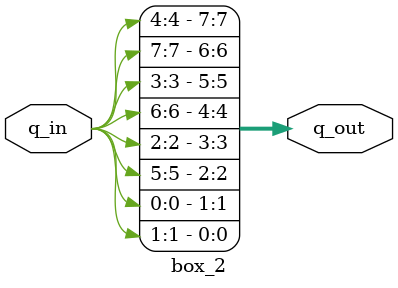
<source format=v>

module box_2(
	input 	[9:0]q_in, 
	output 	[7:0]q_out);


	assign q_out = {q_in[4], q_in[7], q_in[3], q_in[6], q_in[2], q_in[5], q_in[0], q_in[1]};
	//assign q_out = {q_in[5], q_in[2], q_in[6], q_in[3], q_in[7], q_in[4], q_in[9], q_in[8]};
	

endmodule 
</source>
